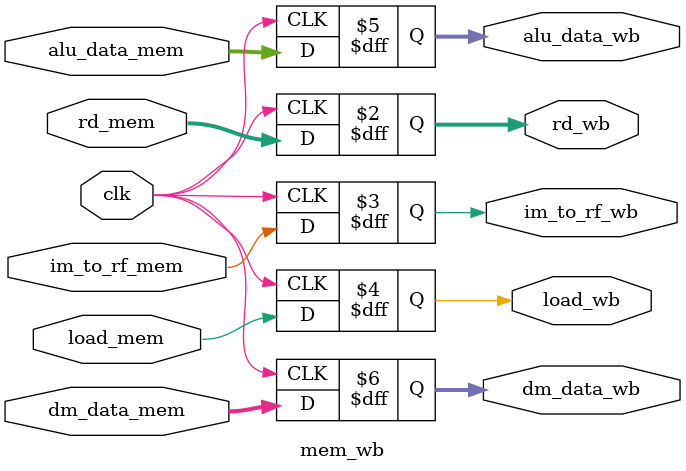
<source format=sv>
module mem_wb (
    input  logic        clk,
    input  logic [4:0]  rd_mem,
    output logic [4:0]  rd_wb,
    input  logic        im_to_rf_mem,
    output logic        im_to_rf_wb,
    input  logic        load_mem,
    output logic        load_wb,
    input  logic [31:0] alu_data_mem,
    output logic [31:0] alu_data_wb,
    input  logic [31:0] dm_data_mem,
    output logic [31:0] dm_data_wb
);

    always_ff @(posedge clk) begin
        rd_wb       <= rd_mem;
        im_to_rf_wb <= im_to_rf_mem;
        load_wb     <= load_mem;
        alu_data_wb <= alu_data_mem;
        dm_data_wb  <= dm_data_mem;
    end

endmodule : mem_wb
</source>
